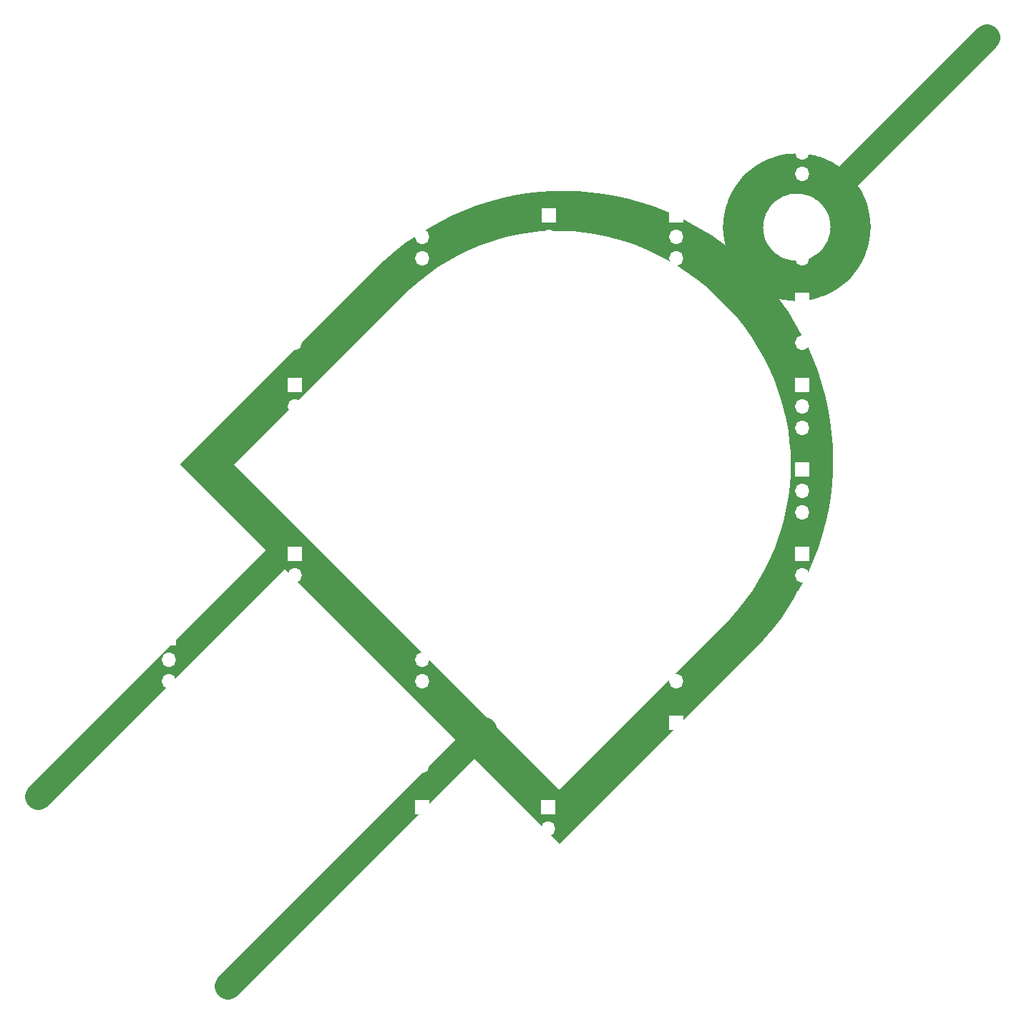
<source format=gbr>
%TF.GenerationSoftware,KiCad,Pcbnew,(6.0.10)*%
%TF.CreationDate,2023-01-14T17:24:48+01:00*%
%TF.ProjectId,transistor_party,7472616e-7369-4737-946f-725f70617274,rev?*%
%TF.SameCoordinates,Original*%
%TF.FileFunction,Legend,Bot*%
%TF.FilePolarity,Positive*%
%FSLAX46Y46*%
G04 Gerber Fmt 4.6, Leading zero omitted, Abs format (unit mm)*
G04 Created by KiCad (PCBNEW (6.0.10)) date 2023-01-14 17:24:48*
%MOMM*%
%LPD*%
G01*
G04 APERTURE LIST*
%ADD10C,0.000000*%
%ADD11C,4.762499*%
%ADD12C,3.174999*%
%ADD13R,1.700000X1.700000*%
%ADD14O,1.700000X1.700000*%
G04 APERTURE END LIST*
D10*
G36*
X82383743Y-51902238D02*
G01*
X83590355Y-50754343D01*
X84836771Y-49682158D01*
X86120280Y-48685518D01*
X87438170Y-47764258D01*
X88787727Y-46918212D01*
X90166239Y-46147214D01*
X91570995Y-45451101D01*
X92999281Y-44829706D01*
X94448385Y-44282865D01*
X95915594Y-43810413D01*
X97398197Y-43412182D01*
X98893481Y-43088010D01*
X100398733Y-42837730D01*
X101911242Y-42661178D01*
X103428293Y-42558187D01*
X104947177Y-42528594D01*
X106465178Y-42572231D01*
X107979587Y-42688936D01*
X109487689Y-42878541D01*
X110986772Y-43140883D01*
X112474125Y-43475795D01*
X113947035Y-43883113D01*
X115402789Y-44362671D01*
X116838675Y-44914303D01*
X118251980Y-45537846D01*
X119639993Y-46233133D01*
X121000000Y-47000000D01*
X122329289Y-47838281D01*
X123625148Y-48747810D01*
X124884864Y-49728423D01*
X126105726Y-50779954D01*
X127285020Y-51902240D01*
X128407305Y-53081533D01*
X129458836Y-54302395D01*
X130439449Y-55562112D01*
X131348979Y-56857971D01*
X132187259Y-58187260D01*
X132954126Y-59547267D01*
X133649413Y-60935279D01*
X134272956Y-62348584D01*
X134824588Y-63784470D01*
X135304145Y-65240224D01*
X135711464Y-66713133D01*
X136046376Y-68200487D01*
X136308717Y-69699569D01*
X136498323Y-71207672D01*
X136615027Y-72722080D01*
X136658665Y-74240082D01*
X136629071Y-75758965D01*
X136526081Y-77276017D01*
X136349528Y-78788525D01*
X136099248Y-80293777D01*
X135775076Y-81789061D01*
X135376846Y-83271664D01*
X134904393Y-84738873D01*
X134357552Y-86187977D01*
X133736157Y-87616263D01*
X133040044Y-89021019D01*
X132269046Y-90399531D01*
X131423000Y-91749088D01*
X130501740Y-93066978D01*
X129505100Y-94350487D01*
X128432915Y-95596903D01*
X127285020Y-96803515D01*
X104299842Y-119788692D01*
X59398566Y-74887416D01*
X59398567Y-74887415D01*
X65813033Y-74887415D01*
X104299844Y-113374226D01*
X123543246Y-94130825D01*
X124537511Y-93086704D01*
X125466041Y-92010193D01*
X126328995Y-90903507D01*
X127126530Y-89768863D01*
X127858807Y-88608475D01*
X128525984Y-87424560D01*
X129128220Y-86219334D01*
X129665675Y-84995013D01*
X130138507Y-83753812D01*
X130546874Y-82497948D01*
X130890936Y-81229635D01*
X131170852Y-79951092D01*
X131386782Y-78664532D01*
X131538882Y-77372173D01*
X131627312Y-76076228D01*
X131652234Y-74778917D01*
X131613802Y-73482452D01*
X131512180Y-72189052D01*
X131347523Y-70900930D01*
X131119992Y-69620304D01*
X130829745Y-68349389D01*
X130476940Y-67090402D01*
X130061738Y-65845557D01*
X129584298Y-64617071D01*
X129044777Y-63407160D01*
X128443336Y-62218040D01*
X127780132Y-61051926D01*
X127055326Y-59911036D01*
X126269074Y-58797583D01*
X125421538Y-57713784D01*
X124512876Y-56661856D01*
X123543246Y-55644014D01*
X122526937Y-54672850D01*
X121479479Y-53759718D01*
X120402891Y-52904972D01*
X119299193Y-52108966D01*
X118170406Y-51372055D01*
X117018550Y-50694594D01*
X115845645Y-50076937D01*
X114653711Y-49519440D01*
X113444769Y-49022456D01*
X112220837Y-48586342D01*
X110983937Y-48211450D01*
X109736089Y-47898137D01*
X108479312Y-47646756D01*
X107215628Y-47457662D01*
X105947055Y-47331211D01*
X104675614Y-47267756D01*
X103403327Y-47267652D01*
X102132211Y-47331255D01*
X100864288Y-47458918D01*
X99601578Y-47650998D01*
X98346100Y-47907848D01*
X97099876Y-48229823D01*
X95864924Y-48617277D01*
X94643267Y-49070565D01*
X93436922Y-49590042D01*
X92247911Y-50176063D01*
X91078254Y-50828983D01*
X89929970Y-51549156D01*
X88805081Y-52336936D01*
X87705605Y-53192679D01*
X86633564Y-54116740D01*
X85590977Y-55109472D01*
X65813033Y-74887415D01*
X59398567Y-74887415D01*
X82383743Y-51902238D01*
G37*
D11*
X136853272Y-42333987D02*
X136853272Y-42333987D01*
X136853272Y-42333987D02*
X136853272Y-42333987D01*
X136700758Y-42186468D02*
X136853272Y-42333987D01*
X136544104Y-42044721D02*
X136700758Y-42186468D01*
X136383473Y-41908789D02*
X136544104Y-42044721D01*
X136219025Y-41778714D02*
X136383473Y-41908789D01*
X136050921Y-41654541D02*
X136219025Y-41778714D01*
X135879324Y-41536312D02*
X136050921Y-41654541D01*
X135704393Y-41424072D02*
X135879324Y-41536312D01*
X135526290Y-41317862D02*
X135704393Y-41424072D01*
X135345178Y-41217727D02*
X135526290Y-41317862D01*
X135161216Y-41123708D02*
X135345178Y-41217727D01*
X134974566Y-41035851D02*
X135161216Y-41123708D01*
X134785390Y-40954198D02*
X134974566Y-41035851D01*
X134593848Y-40878791D02*
X134785390Y-40954198D01*
X134400102Y-40809676D02*
X134593848Y-40878791D01*
X134204314Y-40746893D02*
X134400102Y-40809676D01*
X134006644Y-40690487D02*
X134204314Y-40746893D01*
X133807254Y-40640502D02*
X134006644Y-40690487D01*
X133606305Y-40596979D02*
X133807254Y-40640502D01*
X133403958Y-40559963D02*
X133606305Y-40596979D01*
X133200375Y-40529496D02*
X133403958Y-40559963D01*
X132995717Y-40505621D02*
X133200375Y-40529496D01*
X132790145Y-40488384D02*
X132995717Y-40505621D01*
X132583821Y-40477825D02*
X132790145Y-40488384D01*
X132376904Y-40473988D02*
X132583821Y-40477825D01*
X132169559Y-40476918D02*
X132376904Y-40473988D01*
X131961944Y-40486656D02*
X132169559Y-40476918D01*
X131754222Y-40503246D02*
X131961944Y-40486656D01*
X131546552Y-40526731D02*
X131754222Y-40503246D01*
X131339098Y-40557155D02*
X131546552Y-40526731D01*
X131132022Y-40594560D02*
X131339098Y-40557155D01*
X130925482Y-40638991D02*
X131132022Y-40594560D01*
X130719641Y-40690489D02*
X130925482Y-40638991D01*
X130719641Y-40690489D02*
X130719641Y-40690489D01*
X130314545Y-40813602D02*
X130719641Y-40690489D01*
X129921638Y-40962125D02*
X130314545Y-40813602D01*
X129541861Y-41135113D02*
X129921638Y-40962125D01*
X129176162Y-41331623D02*
X129541861Y-41135113D01*
X128825483Y-41550711D02*
X129176162Y-41331623D01*
X128490769Y-41791431D02*
X128825483Y-41550711D01*
X128172965Y-42052837D02*
X128490769Y-41791431D01*
X127873015Y-42333988D02*
X128172965Y-42052837D01*
X127591865Y-42633938D02*
X127873015Y-42333988D01*
X127330458Y-42951742D02*
X127591865Y-42633938D01*
X127089738Y-43286456D02*
X127330458Y-42951742D01*
X126870651Y-43637134D02*
X127089738Y-43286456D01*
X126674140Y-44002834D02*
X126870651Y-43637134D01*
X126501152Y-44382610D02*
X126674140Y-44002834D01*
X126352629Y-44775518D02*
X126501152Y-44382610D01*
X126229517Y-45180613D02*
X126352629Y-44775518D01*
X126229517Y-45180613D02*
X126229517Y-45180613D01*
X126133588Y-45592994D02*
X126229517Y-45180613D01*
X126065758Y-46007524D02*
X126133588Y-45592994D01*
X126025683Y-46422916D02*
X126065758Y-46007524D01*
X126013015Y-46837877D02*
X126025683Y-46422916D01*
X126027411Y-47251118D02*
X126013015Y-46837877D01*
X126068523Y-47661348D02*
X126027411Y-47251118D01*
X126136006Y-48067278D02*
X126068523Y-47661348D01*
X126229514Y-48467617D02*
X126136006Y-48067278D01*
X126348703Y-48861075D02*
X126229514Y-48467617D01*
X126493226Y-49246362D02*
X126348703Y-48861075D01*
X126662736Y-49622188D02*
X126493226Y-49246362D01*
X126856889Y-49987263D02*
X126662736Y-49622188D01*
X127075340Y-50340296D02*
X126856889Y-49987263D01*
X127317741Y-50679998D02*
X127075340Y-50340296D01*
X127583748Y-51005077D02*
X127317741Y-50679998D01*
X127873015Y-51314244D02*
X127583748Y-51005077D01*
X127873015Y-51314244D02*
X127873015Y-51314244D01*
X128025530Y-51461764D02*
X127873015Y-51314244D01*
X128182183Y-51603511D02*
X128025530Y-51461764D01*
X128342815Y-51739444D02*
X128182183Y-51603511D01*
X128507262Y-51869519D02*
X128342815Y-51739444D01*
X128675366Y-51993691D02*
X128507262Y-51869519D01*
X128846964Y-52111919D02*
X128675366Y-51993691D01*
X129021894Y-52224161D02*
X128846964Y-52111919D01*
X129199997Y-52330370D02*
X129021894Y-52224161D01*
X129381110Y-52430506D02*
X129199997Y-52330370D01*
X129565072Y-52524523D02*
X129381110Y-52430506D01*
X129751722Y-52612381D02*
X129565072Y-52524523D01*
X129940897Y-52694034D02*
X129751722Y-52612381D01*
X130132439Y-52769440D02*
X129940897Y-52694034D01*
X130326184Y-52838556D02*
X130132439Y-52769440D01*
X130521973Y-52901338D02*
X130326184Y-52838556D01*
X130719643Y-52957745D02*
X130521973Y-52901338D01*
X130919033Y-53007730D02*
X130719643Y-52957745D01*
X131119982Y-53051253D02*
X130919033Y-53007730D01*
X131322328Y-53088270D02*
X131119982Y-53051253D01*
X131525911Y-53118736D02*
X131322328Y-53088270D01*
X131730570Y-53142610D02*
X131525911Y-53118736D01*
X131936142Y-53159849D02*
X131730570Y-53142610D01*
X132142466Y-53170407D02*
X131936142Y-53159849D01*
X132349382Y-53174244D02*
X132142466Y-53170407D01*
X132556729Y-53171315D02*
X132349382Y-53174244D01*
X132764344Y-53161577D02*
X132556729Y-53171315D01*
X132972066Y-53144987D02*
X132764344Y-53161577D01*
X133179735Y-53121501D02*
X132972066Y-53144987D01*
X133387188Y-53091078D02*
X133179735Y-53121501D01*
X133594266Y-53053672D02*
X133387188Y-53091078D01*
X133800804Y-53009241D02*
X133594266Y-53053672D01*
X134006646Y-52957743D02*
X133800804Y-53009241D01*
X134006646Y-52957743D02*
X134006646Y-52957743D01*
X134411741Y-52834631D02*
X134006646Y-52957743D01*
X134804649Y-52686107D02*
X134411741Y-52834631D01*
X135184425Y-52513119D02*
X134804649Y-52686107D01*
X135550125Y-52316608D02*
X135184425Y-52513119D01*
X135900804Y-52097522D02*
X135550125Y-52316608D01*
X136235518Y-51856802D02*
X135900804Y-52097522D01*
X136553322Y-51595395D02*
X136235518Y-51856802D01*
X136853271Y-51314244D02*
X136553322Y-51595395D01*
X137134422Y-51014294D02*
X136853271Y-51314244D01*
X137395829Y-50696491D02*
X137134422Y-51014294D01*
X137636549Y-50361777D02*
X137395829Y-50696491D01*
X137855636Y-50011097D02*
X137636549Y-50361777D01*
X138052146Y-49645398D02*
X137855636Y-50011097D01*
X138225135Y-49265622D02*
X138052146Y-49645398D01*
X138373658Y-48872714D02*
X138225135Y-49265622D01*
X138496771Y-48467618D02*
X138373658Y-48872714D01*
X138496771Y-48467618D02*
X138496771Y-48467618D01*
X138592700Y-48055238D02*
X138496771Y-48467618D01*
X138660529Y-47640707D02*
X138592700Y-48055238D01*
X138700604Y-47225317D02*
X138660529Y-47640707D01*
X138713271Y-46810355D02*
X138700604Y-47225317D01*
X138698876Y-46397115D02*
X138713271Y-46810355D01*
X138657763Y-45986884D02*
X138698876Y-46397115D01*
X138590281Y-45580955D02*
X138657763Y-45986884D01*
X138496772Y-45180615D02*
X138590281Y-45580955D01*
X138377584Y-44787157D02*
X138496772Y-45180615D01*
X138233062Y-44401870D02*
X138377584Y-44787157D01*
X138063551Y-44026044D02*
X138233062Y-44401870D01*
X137869397Y-43660969D02*
X138063551Y-44026044D01*
X137650947Y-43307936D02*
X137869397Y-43660969D01*
X137408546Y-42968235D02*
X137650947Y-43307936D01*
X137142539Y-42643155D02*
X137408546Y-42968235D01*
X136853272Y-42333987D02*
X137142539Y-42643155D01*
D12*
X136853272Y-42333987D02*
X154813785Y-24373474D01*
X71746417Y-84990204D02*
X42560587Y-114176034D01*
X95319587Y-106318309D02*
X65011225Y-136626672D01*
%LPC*%
D13*
%TO.C,J55*%
X54475000Y-125000000D03*
D14*
X57015000Y-125000000D03*
X59555000Y-125000000D03*
%TD*%
%TO.C,J49*%
X58000000Y-120540000D03*
X58000000Y-118000000D03*
D13*
X58000000Y-115460000D03*
%TD*%
D14*
%TO.C,J52*%
X102937500Y-120540000D03*
X102937500Y-118000000D03*
D13*
X102937500Y-115460000D03*
%TD*%
D14*
%TO.C,J51*%
X88000000Y-120540000D03*
X88000000Y-118000000D03*
D13*
X88000000Y-115460000D03*
%TD*%
D14*
%TO.C,J50*%
X72937500Y-120540000D03*
X72937500Y-118000000D03*
D13*
X72937500Y-115460000D03*
%TD*%
D14*
%TO.C,J53*%
X118000000Y-120540000D03*
X118000000Y-118000000D03*
D13*
X118000000Y-115460000D03*
%TD*%
D14*
%TO.C,J54*%
X132937500Y-120540000D03*
X132937500Y-118000000D03*
D13*
X132937500Y-115460000D03*
%TD*%
D14*
%TO.C,J25*%
X58062500Y-80540000D03*
X58062500Y-78000000D03*
D13*
X58062500Y-75460000D03*
%TD*%
D14*
%TO.C,J28*%
X103000000Y-80540000D03*
X103000000Y-78000000D03*
D13*
X103000000Y-75460000D03*
%TD*%
D14*
%TO.C,J37*%
X58062500Y-100540000D03*
X58062500Y-98000000D03*
D13*
X58062500Y-95460000D03*
%TD*%
D14*
%TO.C,J40*%
X103000000Y-100540000D03*
X103000000Y-98000000D03*
D13*
X103000000Y-95460000D03*
%TD*%
D14*
%TO.C,J31*%
X58062500Y-90540000D03*
X58062500Y-88000000D03*
D13*
X58062500Y-85460000D03*
%TD*%
D14*
%TO.C,J34*%
X103000000Y-90540000D03*
X103000000Y-88000000D03*
D13*
X103000000Y-85460000D03*
%TD*%
D14*
%TO.C,J33*%
X88062500Y-90540000D03*
X88062500Y-88000000D03*
D13*
X88062500Y-85460000D03*
%TD*%
D14*
%TO.C,J39*%
X88062500Y-100540000D03*
X88062500Y-98000000D03*
D13*
X88062500Y-95460000D03*
%TD*%
D14*
%TO.C,J38*%
X73000000Y-100540000D03*
X73000000Y-98000000D03*
D13*
X73000000Y-95460000D03*
%TD*%
D14*
%TO.C,J42*%
X133000000Y-100540000D03*
X133000000Y-98000000D03*
D13*
X133000000Y-95460000D03*
%TD*%
D14*
%TO.C,J41*%
X118062500Y-100540000D03*
X118062500Y-98000000D03*
D13*
X118062500Y-95460000D03*
%TD*%
D14*
%TO.C,J32*%
X73000000Y-90540000D03*
X73000000Y-88000000D03*
D13*
X73000000Y-85460000D03*
%TD*%
D14*
%TO.C,J35*%
X118062500Y-90540000D03*
X118062500Y-88000000D03*
D13*
X118062500Y-85460000D03*
%TD*%
D14*
%TO.C,J36*%
X133000000Y-90540000D03*
X133000000Y-88000000D03*
D13*
X133000000Y-85460000D03*
%TD*%
D14*
%TO.C,J43*%
X58062500Y-110540000D03*
X58062500Y-108000000D03*
D13*
X58062500Y-105460000D03*
%TD*%
D14*
%TO.C,J46*%
X103000000Y-110540000D03*
X103000000Y-108000000D03*
D13*
X103000000Y-105460000D03*
%TD*%
D14*
%TO.C,J45*%
X88062500Y-110540000D03*
X88062500Y-108000000D03*
D13*
X88062500Y-105460000D03*
%TD*%
D14*
%TO.C,J44*%
X73000000Y-110540000D03*
X73000000Y-108000000D03*
D13*
X73000000Y-105460000D03*
%TD*%
D14*
%TO.C,J47*%
X118062500Y-110540000D03*
X118062500Y-108000000D03*
D13*
X118062500Y-105460000D03*
%TD*%
D14*
%TO.C,J48*%
X133000000Y-110540000D03*
X133000000Y-108000000D03*
D13*
X133000000Y-105460000D03*
%TD*%
D14*
%TO.C,J27*%
X88062500Y-80540000D03*
X88062500Y-78000000D03*
D13*
X88062500Y-75460000D03*
%TD*%
D14*
%TO.C,J26*%
X73000000Y-80540000D03*
X73000000Y-78000000D03*
D13*
X73000000Y-75460000D03*
%TD*%
D14*
%TO.C,J30*%
X133000000Y-80540000D03*
X133000000Y-78000000D03*
D13*
X133000000Y-75460000D03*
%TD*%
D14*
%TO.C,J29*%
X118062500Y-80540000D03*
X118062500Y-78000000D03*
D13*
X118062500Y-75460000D03*
%TD*%
D14*
%TO.C,J13*%
X58062500Y-60540000D03*
X58062500Y-58000000D03*
D13*
X58062500Y-55460000D03*
%TD*%
D14*
%TO.C,J16*%
X103000000Y-60540000D03*
X103000000Y-58000000D03*
D13*
X103000000Y-55460000D03*
%TD*%
D14*
%TO.C,J19*%
X58062500Y-70540000D03*
X58062500Y-68000000D03*
D13*
X58062500Y-65460000D03*
%TD*%
D14*
%TO.C,J22*%
X103000000Y-70540000D03*
X103000000Y-68000000D03*
D13*
X103000000Y-65460000D03*
%TD*%
D14*
%TO.C,J21*%
X88062500Y-70540000D03*
X88062500Y-68000000D03*
D13*
X88062500Y-65460000D03*
%TD*%
D14*
%TO.C,J20*%
X73000000Y-70540000D03*
X73000000Y-68000000D03*
D13*
X73000000Y-65460000D03*
%TD*%
D14*
%TO.C,J23*%
X118062500Y-70540000D03*
X118062500Y-68000000D03*
D13*
X118062500Y-65460000D03*
%TD*%
D14*
%TO.C,J24*%
X133000000Y-70540000D03*
X133000000Y-68000000D03*
D13*
X133000000Y-65460000D03*
%TD*%
D14*
%TO.C,J15*%
X88062500Y-60540000D03*
X88062500Y-58000000D03*
D13*
X88062500Y-55460000D03*
%TD*%
D14*
%TO.C,J14*%
X73000000Y-60540000D03*
X73000000Y-58000000D03*
D13*
X73000000Y-55460000D03*
%TD*%
D14*
%TO.C,J18*%
X133000000Y-60540000D03*
X133000000Y-58000000D03*
D13*
X133000000Y-55460000D03*
%TD*%
D14*
%TO.C,J17*%
X118062500Y-60540000D03*
X118062500Y-58000000D03*
D13*
X118062500Y-55460000D03*
%TD*%
D14*
%TO.C,J7*%
X58062500Y-50540000D03*
X58062500Y-48000000D03*
D13*
X58062500Y-45460000D03*
%TD*%
D14*
%TO.C,J10*%
X103000000Y-50540000D03*
X103000000Y-48000000D03*
D13*
X103000000Y-45460000D03*
%TD*%
D14*
%TO.C,J9*%
X88062500Y-50540000D03*
X88062500Y-48000000D03*
D13*
X88062500Y-45460000D03*
%TD*%
D14*
%TO.C,J8*%
X73000000Y-50540000D03*
X73000000Y-48000000D03*
D13*
X73000000Y-45460000D03*
%TD*%
D14*
%TO.C,J12*%
X133000000Y-50540000D03*
X133000000Y-48000000D03*
D13*
X133000000Y-45460000D03*
%TD*%
D14*
%TO.C,J11*%
X118062500Y-50540000D03*
X118062500Y-48000000D03*
D13*
X118062500Y-45460000D03*
%TD*%
D14*
%TO.C,J6*%
X133000000Y-40540000D03*
X133000000Y-38000000D03*
D13*
X133000000Y-35460000D03*
%TD*%
D14*
%TO.C,J5*%
X118062500Y-40540000D03*
X118062500Y-38000000D03*
D13*
X118062500Y-35460000D03*
%TD*%
D14*
%TO.C,J3*%
X88062500Y-40540000D03*
X88062500Y-38000000D03*
D13*
X88062500Y-35460000D03*
%TD*%
D14*
%TO.C,J4*%
X103000000Y-40540000D03*
X103000000Y-38000000D03*
D13*
X103000000Y-35460000D03*
%TD*%
D14*
%TO.C,J2*%
X73000000Y-40540000D03*
X73000000Y-38000000D03*
D13*
X73000000Y-35460000D03*
%TD*%
D14*
%TO.C,J1*%
X58062500Y-40540000D03*
X58062500Y-38000000D03*
D13*
X58062500Y-35460000D03*
%TD*%
M02*

</source>
